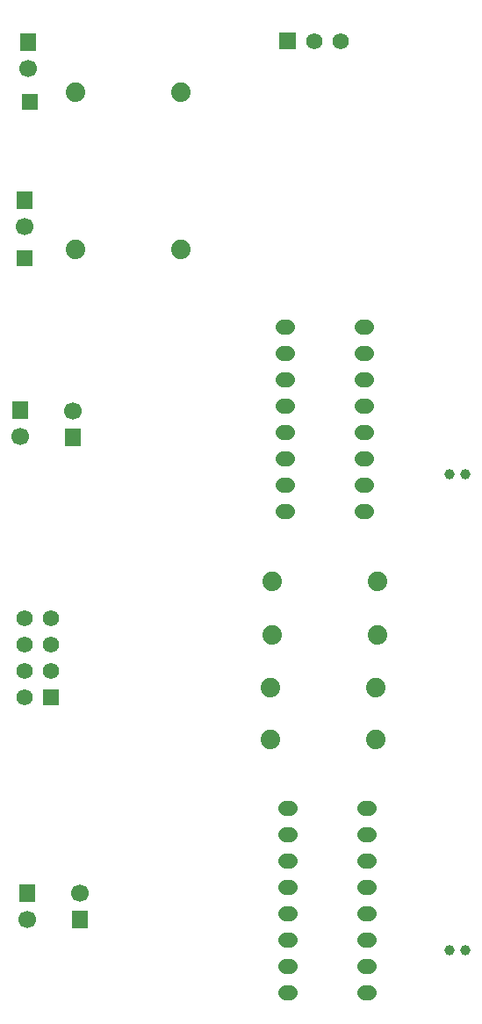
<source format=gbl>
G04 Layer: BottomLayer*
G04 EasyEDA v6.5.1, 2022-05-03 13:26:15*
G04 Gerber Generator version 0.2*
G04 Scale: 100 percent, Rotated: No, Reflected: No *
G04 Dimensions in millimeters *
G04 leading zeros omitted , absolute positions ,4 integer and 5 decimal *
%FSLAX45Y45*%
%MOMM*%

%ADD14C,1.0000*%
%ADD15R,1.5748X1.7000*%
%ADD16C,1.7000*%
%ADD17R,1.5748X1.5748*%
%ADD18C,1.5748*%
%ADD19C,1.8796*%
%ADD20C,1.4600*%

%LPD*%
D14*
G01*
X5637656Y-9156700D03*
G01*
X5487543Y-9156700D03*
G01*
X5637656Y-4572000D03*
G01*
X5487543Y-4572000D03*
D15*
G01*
X1854200Y-4216400D03*
D16*
G01*
X1854200Y-3962400D03*
D15*
G01*
X1346200Y-3949700D03*
D16*
G01*
X1346200Y-4203700D03*
D15*
G01*
X1422400Y-406400D03*
D16*
G01*
X1422400Y-660400D03*
D15*
G01*
X1384300Y-1930400D03*
D16*
G01*
X1384300Y-2184400D03*
D15*
G01*
X1409700Y-8610600D03*
D16*
G01*
X1409700Y-8864600D03*
D15*
G01*
X1917700Y-8864600D03*
D16*
G01*
X1917700Y-8610600D03*
D17*
G01*
X1638300Y-6718300D03*
D18*
G01*
X1384300Y-6718300D03*
G01*
X1638300Y-6464300D03*
G01*
X1384300Y-6464300D03*
G01*
X1638300Y-6210300D03*
G01*
X1384300Y-6210300D03*
G01*
X1638300Y-5956300D03*
G01*
X1384300Y-5956300D03*
D17*
G01*
X1435100Y-977900D03*
G01*
X1384300Y-2489200D03*
D18*
G01*
X4432300Y-393700D03*
G01*
X4178300Y-393700D03*
G36*
X3845559Y-314960D02*
G01*
X4003040Y-314960D01*
X4003040Y-472439D01*
X3845559Y-472439D01*
G37*
D19*
G01*
X2895600Y-889000D03*
G01*
X1879600Y-889000D03*
G01*
X4787900Y-5600700D03*
G01*
X3771900Y-5600700D03*
G01*
X4787900Y-6121400D03*
G01*
X3771900Y-6121400D03*
G01*
X4775200Y-6629400D03*
G01*
X3759200Y-6629400D03*
G01*
X4775200Y-7124700D03*
G01*
X3759200Y-7124700D03*
G01*
X2895600Y-2400300D03*
G01*
X1879600Y-2400300D03*
D20*
X3917149Y-3149600D02*
G01*
X3880650Y-3149600D01*
X3917149Y-3403600D02*
G01*
X3880650Y-3403600D01*
X3917149Y-3657600D02*
G01*
X3880650Y-3657600D01*
X3917149Y-3911600D02*
G01*
X3880650Y-3911600D01*
X3917149Y-4165600D02*
G01*
X3880650Y-4165600D01*
X3917149Y-4419600D02*
G01*
X3880650Y-4419600D01*
X3917149Y-4673600D02*
G01*
X3880650Y-4673600D01*
X3917149Y-4927600D02*
G01*
X3880650Y-4927600D01*
X4679149Y-3149600D02*
G01*
X4642650Y-3149600D01*
X4679149Y-3403600D02*
G01*
X4642650Y-3403600D01*
X4679149Y-3657600D02*
G01*
X4642650Y-3657600D01*
X4679149Y-3911600D02*
G01*
X4642650Y-3911600D01*
X4679149Y-4165600D02*
G01*
X4642650Y-4165600D01*
X4679149Y-4419600D02*
G01*
X4642650Y-4419600D01*
X4679149Y-4673600D02*
G01*
X4642650Y-4673600D01*
X4679149Y-4927600D02*
G01*
X4642650Y-4927600D01*
X3942549Y-7785100D02*
G01*
X3906050Y-7785100D01*
X3942549Y-8039100D02*
G01*
X3906050Y-8039100D01*
X3942549Y-8293100D02*
G01*
X3906050Y-8293100D01*
X3942549Y-8547100D02*
G01*
X3906050Y-8547100D01*
X3942549Y-8801100D02*
G01*
X3906050Y-8801100D01*
X3942549Y-9055100D02*
G01*
X3906050Y-9055100D01*
X3942549Y-9309100D02*
G01*
X3906050Y-9309100D01*
X3942549Y-9563100D02*
G01*
X3906050Y-9563100D01*
X4704549Y-7785100D02*
G01*
X4668050Y-7785100D01*
X4704549Y-8039100D02*
G01*
X4668050Y-8039100D01*
X4704549Y-8293100D02*
G01*
X4668050Y-8293100D01*
X4704549Y-8547100D02*
G01*
X4668050Y-8547100D01*
X4704549Y-8801100D02*
G01*
X4668050Y-8801100D01*
X4704549Y-9055100D02*
G01*
X4668050Y-9055100D01*
X4704549Y-9309100D02*
G01*
X4668050Y-9309100D01*
X4704549Y-9563100D02*
G01*
X4668050Y-9563100D01*
M02*

</source>
